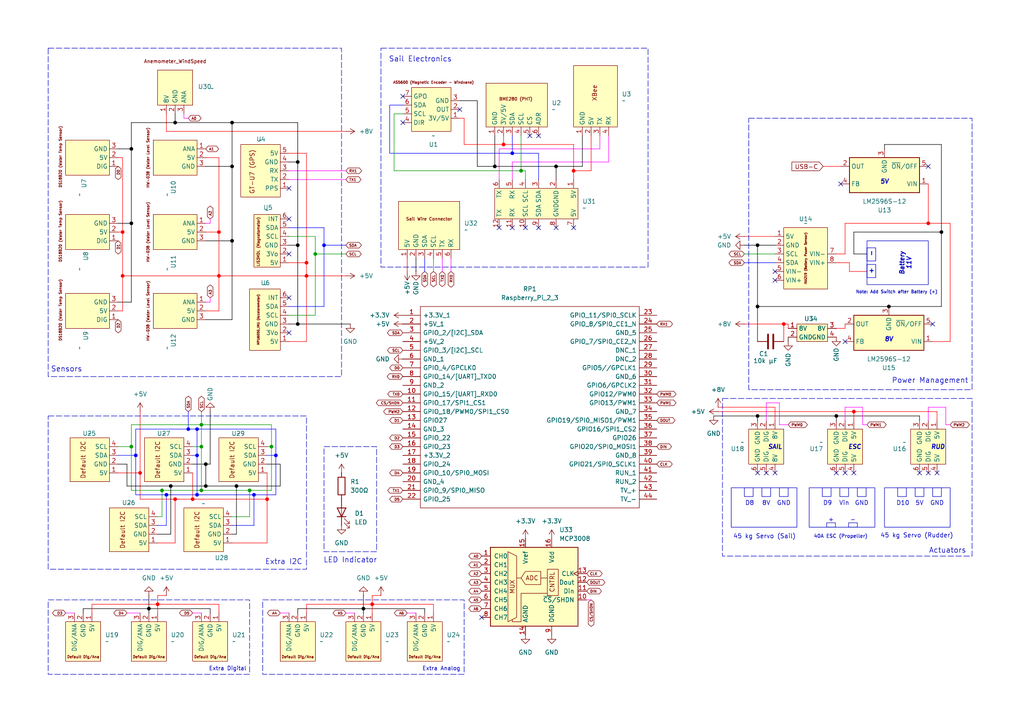
<source format=kicad_sch>
(kicad_sch (version 20231120) (generator "eeschema") (generator_version "8.0")
  (paper "A4")
  (junction (at 63.5 80.01) (color 255 0 0 1))
  (junction (at 166.37 49.53) (color 255 0 0 1))
  (junction (at 105.41 176.53) (color 0 0 0 1))
  (junction (at 107.95 175.26) (color 255 0 0 1))
  (junction (at 73.66 143.51) (color 0 0 255 1))
  (junction (at 57.15 143.51) (color 0 0 255 1))
  (junction (at 219.71 71.12) (color 0 0 0 1))
  (junction (at 58.42 123.19))
  (junction (at 72.39 142.24))
  (junction (at 57.15 124.46) (color 0 0 255 1))
  (junction (at 55.88 144.78) (color 255 0 0 1))
  (junction (at 48.26 143.51) (color 0 0 255 1))
  (junction (at 257.81 88.9) (color 0 0 0 1))
  (junction (at 219.71 88.9) (color 0 0 0 1))
  (junction (at 161.29 48.26) (color 0 0 0 1))
  (junction (at 58.42 142.24))
  (junction (at 143.51 48.26) (color 0 0 0 1))
  (junction (at 86.36 71.12) (color 0 0 0 1))
  (junction (at 269.24 64.77) (color 255 0 0 1))
  (junction (at 35.56 80.01) (color 255 0 0 1))
  (junction (at 219.71 120.65) (color 0 0 0 1))
  (junction (at 67.31 48.26) (color 0 0 0 1))
  (junction (at 80.01 132.08) (color 0 0 255 1))
  (junction (at 273.05 67.31) (color 0 0 0 1))
  (junction (at 58.42 129.54))
  (junction (at 88.9 76.2) (color 255 0 0 1))
  (junction (at 57.15 132.08) (color 0 0 255 1))
  (junction (at 146.05 41.91) (color 255 0 0 1))
  (junction (at 242.57 120.65) (color 0 0 0 1))
  (junction (at 91.44 73.66))
  (junction (at 68.58 140.97) (color 0 0 0 1))
  (junction (at 45.72 175.26) (color 255 0 0 1))
  (junction (at 59.69 140.97) (color 0 0 0 1))
  (junction (at 67.31 69.85) (color 0 0 0 1))
  (junction (at 86.36 93.98) (color 0 0 0 1))
  (junction (at 50.8 35.56) (color 0 0 0 1))
  (junction (at 59.69 134.62) (color 0 0 0 1))
  (junction (at 49.53 140.97) (color 0 0 0 1))
  (junction (at 43.18 176.53) (color 0 0 0 1))
  (junction (at 151.13 49.53))
  (junction (at 38.1 64.77) (color 0 0 0 1))
  (junction (at 38.1 129.54))
  (junction (at 54.61 124.46) (color 0 0 255 1))
  (junction (at 39.37 132.08) (color 0 0 255 1))
  (junction (at 38.1 43.18) (color 0 0 0 1))
  (junction (at 77.47 144.78) (color 255 0 0 1))
  (junction (at 227.33 93.98) (color 255 0 0 1))
  (junction (at 46.99 142.24))
  (junction (at 63.5 67.31) (color 255 0 0 1))
  (junction (at 88.9 80.01) (color 255 0 0 1))
  (junction (at 67.31 35.56) (color 0 0 0 1))
  (junction (at 247.65 119.38) (color 255 0 0 1))
  (junction (at 50.8 144.78) (color 255 0 0 1))
  (junction (at 93.98 71.12) (color 0 0 255 1))
  (junction (at 40.64 137.16) (color 255 0 0 1))
  (junction (at 78.74 129.54))
  (junction (at 86.36 46.99) (color 0 0 0 1))
  (junction (at 35.56 67.31) (color 255 0 0 1))
  (junction (at 148.59 44.45) (color 0 0 255 1))
  (no_connect (at 166.37 66.04))
  (no_connect (at 144.78 66.04))
  (no_connect (at 242.57 137.16))
  (no_connect (at 83.82 63.5))
  (no_connect (at 266.7 137.16))
  (no_connect (at 153.67 39.37))
  (no_connect (at 269.24 48.26))
  (no_connect (at 83.82 86.36))
  (no_connect (at 243.84 53.34))
  (no_connect (at 245.11 137.16))
  (no_connect (at 152.4 66.04))
  (no_connect (at 247.65 137.16))
  (no_connect (at 271.78 137.16))
  (no_connect (at 83.82 73.66))
  (no_connect (at 224.79 137.16))
  (no_connect (at 148.59 66.04))
  (no_connect (at 224.79 78.74))
  (no_connect (at 224.79 81.28))
  (no_connect (at 116.84 27.94))
  (no_connect (at 269.24 137.16))
  (no_connect (at 219.71 137.16))
  (no_connect (at 270.51 93.98))
  (no_connect (at 161.29 66.04))
  (no_connect (at 139.7 179.07))
  (no_connect (at 245.11 99.06))
  (no_connect (at 156.21 66.04))
  (no_connect (at 222.25 137.16))
  (no_connect (at 83.82 54.61))
  (no_connect (at 133.35 31.75))
  (no_connect (at 83.82 96.52))
  (no_connect (at 116.84 35.56))
  (no_connect (at 156.21 39.37))
  (wire (pts (xy 58.42 119.38) (xy 58.42 123.19)))
  (wire (pts (xy 81.28 134.62) (xy 77.47 134.62)) (stroke (width 0) (color 0 0 0 1)))
  (wire (pts (xy 40.64 144.78) (xy 50.8 144.78)) (stroke (width 0) (color 255 0 0 1)))
  (wire (pts (xy 107.95 175.26) (xy 125.73 175.26)) (stroke (width 0) (color 255 0 0 1)))
  (wire (pts (xy 45.72 175.26) (xy 45.72 177.8)) (stroke (width 0) (color 255 0 0 1)))
  (wire (pts (xy 53.34 33.02) (xy 53.34 34.29)) (stroke (width 0) (color 255 0 255 1)))
  (wire (pts (xy 34.29 43.18) (xy 38.1 43.18)) (stroke (width 0) (color 0 0 0 1)))
  (wire (pts (xy 46.99 142.24) (xy 58.42 142.24)))
  (wire (pts (xy 171.45 173.99) (xy 170.18 173.99)) (stroke (width 0) (color 255 0 255 1)))
  (wire (pts (xy 215.9 68.58) (xy 224.79 68.58)) (stroke (width 0) (color 255 0 0 1)))
  (wire (pts (xy 176.53 46.99) (xy 148.59 46.99)) (stroke (width 0) (color 255 0 255 1)))
  (wire (pts (xy 176.53 39.37) (xy 176.53 46.99)) (stroke (width 0) (color 255 0 255 1)))
  (wire (pts (xy 88.9 175.26) (xy 107.95 175.26)) (stroke (width 0) (color 255 0 0 1)))
  (wire (pts (xy 88.9 80.01) (xy 88.9 99.06)) (stroke (width 0) (color 255 0 0 1)))
  (wire (pts (xy 58.42 142.24) (xy 58.42 129.54)))
  (wire (pts (xy 68.58 140.97) (xy 81.28 140.97)) (stroke (width 0) (color 0 0 0 1)))
  (wire (pts (xy 50.8 144.78) (xy 50.8 157.48)) (stroke (width 0) (color 255 0 0 1)))
  (wire (pts (xy 86.36 46.99) (xy 86.36 71.12)) (stroke (width 0) (color 0 0 0 1)))
  (wire (pts (xy 144.78 43.18) (xy 144.78 52.07)) (stroke (width 0) (color 255 0 255 1)))
  (wire (pts (xy 49.53 140.97) (xy 49.53 154.94)) (stroke (width 0) (color 0 0 0 1)))
  (wire (pts (xy 36.83 140.97) (xy 49.53 140.97)) (stroke (width 0) (color 0 0 0 1)))
  (wire (pts (xy 77.47 144.78) (xy 77.47 157.48)) (stroke (width 0) (color 255 0 0 1)))
  (wire (pts (xy 146.05 41.91) (xy 134.62 41.91)) (stroke (width 0) (color 255 0 0 1)))
  (wire (pts (xy 34.29 45.72) (xy 35.56 45.72)) (stroke (width 0) (color 255 0 0 1)))
  (wire (pts (xy 125.73 74.93) (xy 125.73 78.74)))
  (wire (pts (xy 88.9 177.8) (xy 88.9 175.26)) (stroke (width 0) (color 255 0 0 1)))
  (wire (pts (xy 208.28 118.11) (xy 224.79 118.11)) (stroke (width 0) (color 255 0 0 1)))
  (wire (pts (xy 247.65 121.92) (xy 247.65 119.38)) (stroke (width 0) (color 255 0 0 1)))
  (wire (pts (xy 38.1 129.54) (xy 38.1 123.19)))
  (wire (pts (xy 275.59 99.06) (xy 270.51 99.06)) (stroke (width 0) (color 255 0 0 1)))
  (wire (pts (xy 226.06 123.19) (xy 228.6 123.19)) (stroke (width 0) (color 255 0 255 1)))
  (wire (pts (xy 48.26 152.4) (xy 45.72 152.4)) (stroke (width 0) (color 0 0 255 1)))
  (wire (pts (xy 24.13 177.8) (xy 24.13 176.53)) (stroke (width 0) (color 0 0 0 1)))
  (wire (pts (xy 55.88 177.8) (xy 58.42 177.8)) (stroke (width 0) (color 255 0 255 1)))
  (wire (pts (xy 73.66 152.4) (xy 67.31 152.4)) (stroke (width 0) (color 0 0 255 1)))
  (wire (pts (xy 215.9 71.12) (xy 219.71 71.12)) (stroke (width 0) (color 0 0 0 1)))
  (wire (pts (xy 105.41 172.72) (xy 105.41 176.53)) (stroke (width 0) (color 0 0 0 1)))
  (wire (pts (xy 151.13 49.53) (xy 152.4 49.53)))
  (wire (pts (xy 39.37 132.08) (xy 39.37 143.51)) (stroke (width 0) (color 0 0 255 1)))
  (wire (pts (xy 222.25 121.92) (xy 222.25 116.84)) (stroke (width 0) (color 255 0 255 1)))
  (wire (pts (xy 39.37 132.08) (xy 39.37 124.46)) (stroke (width 0) (color 0 0 255 1)))
  (wire (pts (xy 73.66 143.51) (xy 73.66 152.4)) (stroke (width 0) (color 0 0 255 1)))
  (wire (pts (xy 251.46 73.66) (xy 247.65 73.66)) (stroke (width 0) (color 0 0 0 1)))
  (wire (pts (xy 77.47 157.48) (xy 67.31 157.48)) (stroke (width 0) (color 255 0 0 1)))
  (wire (pts (xy 81.28 177.8) (xy 83.82 177.8)) (stroke (width 0) (color 255 0 255 1)))
  (wire (pts (xy 35.56 80.01) (xy 35.56 90.17)) (stroke (width 0) (color 255 0 0 1)))
  (wire (pts (xy 247.65 119.38) (xy 271.78 119.38)) (stroke (width 0) (color 255 0 0 1)))
  (wire (pts (xy 138.43 29.21) (xy 133.35 29.21)) (stroke (width 0) (color 0 0 0 1)))
  (wire (pts (xy 266.7 120.65) (xy 266.7 121.92)) (stroke (width 0) (color 0 0 0 1)))
  (wire (pts (xy 83.82 52.07) (xy 100.33 52.07)) (stroke (width 0) (color 255 0 255 1)))
  (wire (pts (xy 50.8 144.78) (xy 55.88 144.78)) (stroke (width 0) (color 255 0 0 1)))
  (wire (pts (xy 173.99 39.37) (xy 173.99 43.18)) (stroke (width 0) (color 255 0 255 1)))
  (wire (pts (xy 83.82 44.45) (xy 88.9 44.45)) (stroke (width 0) (color 255 0 0 1)))
  (wire (pts (xy 45.72 172.72) (xy 45.72 175.26)) (stroke (width 0) (color 255 0 0 1)))
  (wire (pts (xy 128.27 74.93) (xy 128.27 78.74)) (stroke (width 0) (color 255 0 255 1)))
  (wire (pts (xy 35.56 80.01) (xy 63.5 80.01)) (stroke (width 0) (color 255 0 0 1)))
  (wire (pts (xy 59.69 134.62) (xy 60.96 134.62)) (stroke (width 0) (color 0 0 0 1)))
  (wire (pts (xy 49.53 140.97) (xy 59.69 140.97)) (stroke (width 0) (color 0 0 0 1)))
  (wire (pts (xy 274.32 118.11) (xy 274.32 123.19)) (stroke (width 0) (color 255 0 255 1)))
  (wire (pts (xy 143.51 48.26) (xy 143.51 39.37)) (stroke (width 0) (color 0 0 0 1)))
  (wire (pts (xy 105.41 176.53) (xy 123.19 176.53)) (stroke (width 0) (color 0 0 0 1)))
  (wire (pts (xy 134.62 41.91) (xy 134.62 34.29)) (stroke (width 0) (color 255 0 0 1)))
  (wire (pts (xy 226.06 116.84) (xy 226.06 123.19)) (stroke (width 0) (color 255 0 255 1)))
  (wire (pts (xy 151.13 49.53) (xy 114.3 49.53)))
  (wire (pts (xy 138.43 48.26) (xy 138.43 29.21)) (stroke (width 0) (color 0 0 0 1)))
  (wire (pts (xy 247.65 67.31) (xy 273.05 67.31)) (stroke (width 0) (color 0 0 0 1)))
  (wire (pts (xy 43.18 176.53) (xy 60.96 176.53)) (stroke (width 0) (color 0 0 0 1)))
  (wire (pts (xy 146.05 41.91) (xy 146.05 39.37)) (stroke (width 0) (color 255 0 0 1)))
  (wire (pts (xy 60.96 176.53) (xy 60.96 177.8)) (stroke (width 0) (color 0 0 0 1)))
  (wire (pts (xy 40.64 137.16) (xy 40.64 144.78)) (stroke (width 0) (color 255 0 0 1)))
  (wire (pts (xy 215.9 73.66) (xy 224.79 73.66)))
  (wire (pts (xy 151.13 39.37) (xy 151.13 49.53)))
  (wire (pts (xy 59.69 45.72) (xy 63.5 45.72)) (stroke (width 0) (color 255 0 0 1)))
  (wire (pts (xy 55.88 144.78) (xy 77.47 144.78)) (stroke (width 0) (color 255 0 0 1)))
  (wire (pts (xy 219.71 121.92) (xy 219.71 120.65)) (stroke (width 0) (color 0 0 0 1)))
  (wire (pts (xy 271.78 119.38) (xy 271.78 121.92)) (stroke (width 0) (color 255 0 0 1)))
  (wire (pts (xy 35.56 45.72) (xy 35.56 67.31)) (stroke (width 0) (color 255 0 0 1)))
  (wire (pts (xy 48.26 38.1) (xy 100.33 38.1)) (stroke (width 0) (color 255 0 0 1)))
  (wire (pts (xy 93.98 88.9) (xy 83.82 88.9)) (stroke (width 0) (color 0 0 255 1)))
  (wire (pts (xy 45.72 175.26) (xy 63.5 175.26)) (stroke (width 0) (color 255 0 0 1)))
  (wire (pts (xy 148.59 44.45) (xy 113.03 44.45)) (stroke (width 0) (color 0 0 255 1)))
  (wire (pts (xy 67.31 92.71) (xy 59.69 92.71)) (stroke (width 0) (color 0 0 0 1)))
  (wire (pts (xy 107.95 172.72) (xy 107.95 175.26)) (stroke (width 0) (color 255 0 0 1)))
  (wire (pts (xy 68.58 140.97) (xy 68.58 154.94)) (stroke (width 0) (color 0 0 0 1)))
  (wire (pts (xy 273.05 67.31) (xy 273.05 41.91)) (stroke (width 0) (color 0 0 0 1)))
  (wire (pts (xy 63.5 175.26) (xy 63.5 177.8)) (stroke (width 0) (color 255 0 0 1)))
  (wire (pts (xy 40.64 119.38) (xy 40.64 137.16)) (stroke (width 0) (color 255 0 0 1)))
  (wire (pts (xy 26.67 177.8) (xy 26.67 175.26)) (stroke (width 0) (color 255 0 0 1)))
  (wire (pts (xy 88.9 76.2) (xy 88.9 80.01)) (stroke (width 0) (color 255 0 0 1)))
  (wire (pts (xy 86.36 93.98) (xy 101.6 93.98)) (stroke (width 0) (color 0 0 0 1)))
  (wire (pts (xy 36.83 134.62) (xy 36.83 140.97)) (stroke (width 0) (color 0 0 0 1)))
  (wire (pts (xy 39.37 124.46) (xy 54.61 124.46)) (stroke (width 0) (color 0 0 255 1)))
  (wire (pts (xy 246.38 76.2) (xy 246.38 78.74)) (stroke (width 0) (color 255 0 0 1)))
  (wire (pts (xy 143.51 48.26) (xy 138.43 48.26)) (stroke (width 0) (color 0 0 0 1)))
  (wire (pts (xy 63.5 67.31) (xy 59.69 67.31)) (stroke (width 0) (color 255 0 0 1)))
  (wire (pts (xy 63.5 90.17) (xy 59.69 90.17)) (stroke (width 0) (color 255 0 0 1)))
  (wire (pts (xy 242.57 120.65) (xy 242.57 121.92)) (stroke (width 0) (color 0 0 0 1)))
  (wire (pts (xy 72.39 149.86) (xy 72.39 142.24)))
  (wire (pts (xy 215.9 76.2) (xy 224.79 76.2)) (stroke (width 0) (color 0 0 255 1)))
  (wire (pts (xy 219.71 88.9) (xy 257.81 88.9)) (stroke (width 0) (color 0 0 0 1)))
  (wire (pts (xy 34.29 132.08) (xy 39.37 132.08)) (stroke (width 0) (color 0 0 255 1)))
  (wire (pts (xy 58.42 142.24) (xy 72.39 142.24)))
  (wire (pts (xy 19.05 177.8) (xy 21.59 177.8)) (stroke (width 0) (color 255 0 255 1)))
  (wire (pts (xy 57.15 124.46) (xy 80.01 124.46)) (stroke (width 0) (color 0 0 255 1)))
  (wire (pts (xy 245.11 118.11) (xy 250.19 118.11)) (stroke (width 0) (color 255 0 255 1)))
  (wire (pts (xy 68.58 154.94) (xy 67.31 154.94)) (stroke (width 0) (color 0 0 0 1)))
  (wire (pts (xy 166.37 41.91) (xy 146.05 41.91)) (stroke (width 0) (color 255 0 0 1)))
  (wire (pts (xy 120.65 74.93) (xy 120.65 78.74)) (stroke (width 0) (color 0 0 0 1)))
  (wire (pts (xy 242.57 95.25) (xy 245.11 95.25)) (stroke (width 0) (color 255 0 0 1)))
  (wire (pts (xy 83.82 49.53) (xy 100.33 49.53)) (stroke (width 0) (color 255 0 255 1)))
  (wire (pts (xy 34.29 64.77) (xy 38.1 64.77)) (stroke (width 0) (color 0 0 0 1)))
  (wire (pts (xy 91.44 73.66) (xy 91.44 91.44)))
  (wire (pts (xy 78.74 129.54) (xy 77.47 129.54)))
  (wire (pts (xy 168.91 39.37) (xy 168.91 48.26)) (stroke (width 0) (color 0 0 0 1)))
  (wire (pts (xy 148.59 44.45) (xy 156.21 44.45)) (stroke (width 0) (color 0 0 255 1)))
  (wire (pts (xy 88.9 76.2) (xy 83.82 76.2)) (stroke (width 0) (color 255 0 0 1)))
  (wire (pts (xy 257.81 88.9) (xy 273.05 88.9)) (stroke (width 0) (color 0 0 0 1)))
  (wire (pts (xy 242.57 73.66) (xy 245.11 73.66)) (stroke (width 0) (color 255 0 0 1)))
  (wire (pts (xy 118.11 74.93) (xy 118.11 78.74)) (stroke (width 0) (color 255 0 0 1)))
  (wire (pts (xy 86.36 177.8) (xy 86.36 176.53)) (stroke (width 0) (color 0 0 0 1)))
  (wire (pts (xy 72.39 142.24) (xy 78.74 142.24)))
  (wire (pts (xy 161.29 48.26) (xy 161.29 52.07)) (stroke (width 0) (color 0 0 0 1)))
  (wire (pts (xy 173.99 43.18) (xy 144.78 43.18)) (stroke (width 0) (color 255 0 255 1)))
  (wire (pts (xy 166.37 49.53) (xy 166.37 52.07)) (stroke (width 0) (color 255 0 0 1)))
  (wire (pts (xy 67.31 35.56) (xy 67.31 48.26)) (stroke (width 0) (color 0 0 0 1)))
  (wire (pts (xy 123.19 74.93) (xy 123.19 78.74)) (stroke (width 0) (color 0 0 255 1)))
  (wire (pts (xy 45.72 172.72) (xy 48.26 172.72)) (stroke (width 0) (color 255 0 0 1)))
  (wire (pts (xy 67.31 48.26) (xy 59.69 48.26)) (stroke (width 0) (color 0 0 0 1)))
  (wire (pts (xy 219.71 88.9) (xy 219.71 99.06)) (stroke (width 0) (color 0 0 0 1)))
  (wire (pts (xy 38.1 87.63) (xy 34.29 87.63)) (stroke (width 0) (color 0 0 0 1)))
  (wire (pts (xy 123.19 176.53) (xy 123.19 177.8)) (stroke (width 0) (color 0 0 0 1)))
  (wire (pts (xy 58.42 123.19) (xy 58.42 129.54)))
  (wire (pts (xy 59.69 140.97) (xy 68.58 140.97)) (stroke (width 0) (color 0 0 0 1)))
  (wire (pts (xy 245.11 121.92) (xy 245.11 118.11)) (stroke (width 0) (color 255 0 255 1)))
  (wire (pts (xy 250.19 118.11) (xy 250.19 123.19)) (stroke (width 0) (color 255 0 255 1)))
  (wire (pts (xy 73.66 143.51) (xy 80.01 143.51)) (stroke (width 0) (color 0 0 255 1)))
  (wire (pts (xy 63.5 80.01) (xy 88.9 80.01)) (stroke (width 0) (color 255 0 0 1)))
  (wire (pts (xy 105.41 176.53) (xy 105.41 177.8)) (stroke (width 0) (color 0 0 0 1)))
  (wire (pts (xy 80.01 124.46) (xy 80.01 132.08)) (stroke (width 0) (color 0 0 255 1)))
  (wire (pts (xy 238.76 48.26) (xy 243.84 48.26)) (stroke (width 0) (color 255 0 0 1)))
  (wire (pts (xy 53.34 34.29) (xy 54.61 34.29)) (stroke (width 0) (color 255 0 255 1)))
  (wire (pts (xy 125.73 175.26) (xy 125.73 177.8)) (stroke (width 0) (color 255 0 0 1)))
  (wire (pts (xy 50.8 35.56) (xy 50.8 33.02)) (stroke (width 0) (color 0 0 0 1)))
  (wire (pts (xy 59.69 64.77) (xy 60.96 64.77)) (stroke (width 0) (color 255 0 255 1)))
  (wire (pts (xy 245.11 95.25) (xy 245.11 93.98)) (stroke (width 0) (color 255 0 0 1)))
  (wire (pts (xy 86.36 46.99) (xy 83.82 46.99)) (stroke (width 0) (color 0 0 0 1)))
  (wire (pts (xy 273.05 41.91) (xy 256.54 41.91)) (stroke (width 0) (color 0 0 0 1)))
  (wire (pts (xy 93.98 66.04) (xy 93.98 71.12)) (stroke (width 0) (color 0 0 255 1)))
  (wire (pts (xy 269.24 121.92) (xy 269.24 118.11)) (stroke (width 0) (color 255 0 255 1)))
  (wire (pts (xy 67.31 48.26) (xy 67.31 69.85)) (stroke (width 0) (color 0 0 0 1)))
  (wire (pts (xy 274.32 123.19) (xy 275.59 123.19)) (stroke (width 0) (color 255 0 255 1)))
  (wire (pts (xy 148.59 46.99) (xy 148.59 52.07)) (stroke (width 0) (color 255 0 255 1)))
  (wire (pts (xy 91.44 68.58) (xy 91.44 73.66)))
  (wire (pts (xy 86.36 35.56) (xy 86.36 46.99)) (stroke (width 0) (color 0 0 0 1)))
  (wire (pts (xy 113.03 44.45) (xy 113.03 30.48)) (stroke (width 0) (color 0 0 255 1)))
  (wire (pts (xy 55.88 144.78) (xy 55.88 137.16)) (stroke (width 0) (color 255 0 0 1)))
  (wire (pts (xy 228.6 93.98) (xy 228.6 95.25)) (stroke (width 0) (color 255 0 0 1)))
  (wire (pts (xy 67.31 35.56) (xy 86.36 35.56)) (stroke (width 0) (color 0 0 0 1)))
  (wire (pts (xy 275.59 64.77) (xy 275.59 99.06)) (stroke (width 0) (color 255 0 0 1)))
  (wire (pts (xy 49.53 154.94) (xy 45.72 154.94)) (stroke (width 0) (color 0 0 0 1)))
  (wire (pts (xy 227.33 93.98) (xy 227.33 99.06)) (stroke (width 0) (color 255 0 0 1)))
  (wire (pts (xy 83.82 66.04) (xy 93.98 66.04)) (stroke (width 0) (color 0 0 255 1)))
  (wire (pts (xy 63.5 67.31) (xy 63.5 80.01)) (stroke (width 0) (color 255 0 0 1)))
  (wire (pts (xy 59.69 134.62) (xy 55.88 134.62)) (stroke (width 0) (color 0 0 0 1)))
  (wire (pts (xy 222.25 116.84) (xy 226.06 116.84)) (stroke (width 0) (color 255 0 255 1)))
  (wire (pts (xy 60.96 87.63) (xy 60.96 86.36)) (stroke (width 0) (color 255 0 255 1)))
  (wire (pts (xy 134.62 34.29) (xy 133.35 34.29)) (stroke (width 0) (color 255 0 0 1)))
  (wire (pts (xy 24.13 176.53) (xy 43.18 176.53)) (stroke (width 0) (color 0 0 0 1)))
  (wire (pts (xy 269.24 53.34) (xy 269.24 64.77)) (stroke (width 0) (color 255 0 0 1)))
  (wire (pts (xy 208.28 119.38) (xy 247.65 119.38)) (stroke (width 0) (color 255 0 0 1)))
  (wire (pts (xy 67.31 149.86) (xy 72.39 149.86)))
  (wire (pts (xy 114.3 49.53) (xy 114.3 33.02)))
  (wire (pts (xy 91.44 91.44) (xy 83.82 91.44)))
  (wire (pts (xy 54.61 124.46) (xy 57.15 124.46)) (stroke (width 0) (color 0 0 255 1)))
  (wire (pts (xy 80.01 143.51) (xy 80.01 132.08)) (stroke (width 0) (color 0 0 255 1)))
  (wire (pts (xy 269.24 118.11) (xy 274.32 118.11)) (stroke (width 0) (color 255 0 255 1)))
  (wire (pts (xy 86.36 93.98) (xy 83.82 93.98)) (stroke (width 0) (color 0 0 0 1)))
  (wire (pts (xy 38.1 64.77) (xy 38.1 87.63)) (stroke (width 0) (color 0 0 0 1)))
  (wire (pts (xy 39.37 143.51) (xy 48.26 143.51)) (stroke (width 0) (color 0 0 255 1)))
  (wire (pts (xy 67.31 69.85) (xy 59.69 69.85)) (stroke (width 0) (color 0 0 0 1)))
  (wire (pts (xy 34.29 137.16) (xy 40.64 137.16)) (stroke (width 0) (color 255 0 0 1)))
  (wire (pts (xy 80.01 132.08) (xy 77.47 132.08)) (stroke (width 0) (color 0 0 255 1)))
  (wire (pts (xy 88.9 99.06) (xy 83.82 99.06)) (stroke (width 0) (color 255 0 0 1)))
  (wire (pts (xy 50.8 157.48) (xy 45.72 157.48)) (stroke (width 0) (color 255 0 0 1)))
  (wire (pts (xy 60.96 119.38) (xy 60.96 134.62)) (stroke (width 0) (color 0 0 0 1)))
  (wire (pts (xy 273.05 67.31) (xy 273.05 88.9)) (stroke (width 0) (color 0 0 0 1)))
  (wire (pts (xy 246.38 78.74) (xy 251.46 78.74)) (stroke (width 0) (color 255 0 0 1)))
  (wire (pts (xy 38.1 43.18) (xy 38.1 35.56)) (stroke (width 0) (color 0 0 0 1)))
  (wire (pts (xy 57.15 132.08) (xy 55.88 132.08)) (stroke (width 0) (color 0 0 255 1)))
  (wire (pts (xy 100.33 177.8) (xy 102.87 177.8)) (stroke (width 0) (color 255 0 255 1)))
  (wire (pts (xy 59.69 140.97) (xy 59.69 134.62)) (stroke (width 0) (color 0 0 0 1)))
  (wire (pts (xy 43.18 176.53) (xy 43.18 177.8)) (stroke (width 0) (color 0 0 0 1)))
  (wire (pts (xy 86.36 71.12) (xy 86.36 93.98)) (stroke (width 0) (color 0 0 0 1)))
  (wire (pts (xy 57.15 143.51) (xy 48.26 143.51)) (stroke (width 0) (color 0 0 255 1)))
  (wire (pts (xy 171.45 49.53) (xy 166.37 49.53)) (stroke (width 0) (color 255 0 0 1)))
  (wire (pts (xy 91.44 73.66) (xy 100.33 73.66)))
  (wire (pts (xy 242.57 120.65) (xy 266.7 120.65)) (stroke (width 0) (color 0 0 0 1)))
  (wire (pts (xy 57.15 132.08) (xy 57.15 143.51)) (stroke (width 0) (color 0 0 255 1)))
  (wire (pts (xy 86.36 176.53) (xy 105.41 176.53)) (stroke (width 0) (color 0 0 0 1)))
  (wire (pts (xy 38.1 123.19) (xy 58.42 123.19)))
  (wire (pts (xy 107.95 172.72) (xy 110.49 172.72)) (stroke (width 0) (color 255 0 0 1)))
  (wire (pts (xy 36.83 177.8) (xy 40.64 177.8)) (stroke (width 0) (color 255 0 255 1)))
  (wire (pts (xy 114.3 33.02) (xy 116.84 33.02)))
  (wire (pts (xy 219.71 71.12) (xy 224.79 71.12)) (stroke (width 0) (color 0 0 0 1)))
  (wire (pts (xy 245.11 73.66) (xy 245.11 64.77)) (stroke (width 0) (color 255 0 0 1)))
  (wire (pts (xy 58.42 123.19) (xy 78.74 123.19)))
  (wire (pts (xy 161.29 48.26) (xy 143.51 48.26)) (stroke (width 0) (color 0 0 0 1)))
  (wire (pts (xy 83.82 68.58) (xy 91.44 68.58)))
  (wire (pts (xy 57.15 143.51) (xy 73.66 143.51)) (stroke (width 0) (color 0 0 255 1)))
  (wire (pts (xy 38.1 35.56) (xy 50.8 35.56)) (stroke (width 0) (color 0 0 0 1)))
  (wire (pts (xy 88.9 44.45) (xy 88.9 76.2)) (stroke (width 0) (color 255 0 0 1)))
  (wire (pts (xy 166.37 49.53) (xy 166.37 41.91)) (stroke (width 0) (color 255 0 0 1)))
  (wire (pts (xy 224.79 121.92) (xy 224.79 118.11)) (stroke (width 0) (color 255 0 0 1)))
  (wire (pts (xy 78.74 142.24) (xy 78.74 129.54)))
  (wire (pts (xy 152.4 49.53) (xy 152.4 52.07)))
  (wire (pts (xy 63.5 80.01) (xy 63.5 90.17)) (stroke (width 0) (color 255 0 0 1)))
  (wire (pts (xy 77.47 144.78) (xy 77.47 137.16)) (stroke (width 0) (color 255 0 0 1)))
  (wire (pts (xy 227.33 93.98) (xy 228.6 93.98)) (stroke (width 0) (color 255 0 0 1)))
  (wire (pts (xy 58.42 129.54) (xy 55.88 129.54)))
  (wire (pts (xy 207.01 120.65) (xy 219.71 120.65)) (stroke (width 0) (color 0 0 0 1)))
  (wire (pts (xy 46.99 149.86) (xy 46.99 142.24)))
  (wire (pts (xy 107.95 175.26) (xy 107.95 177.8)) (stroke (width 0) (color 255 0 0 1)))
  (wire (pts (xy 118.11 177.8) (xy 120.65 177.8)) (stroke (width 0) (color 255 0 255 1)))
  (wire (pts (xy 45.72 149.86) (xy 46.99 149.86)))
  (wire (pts (xy 48.26 143.51) (xy 48.26 152.4)) (stroke (width 0) (color 0 0 255 1)))
  (wire (pts (xy 228.6 97.79) (xy 228.6 99.06)) (stroke (width 0) (color 0 0 0 1)))
  (wire (pts (xy 219.71 120.65) (xy 242.57 120.65)) (stroke (width 0) (color 0 0 0 1)))
  (wire (pts (xy 219.71 71.12) (xy 219.71 88.9)) (stroke (width 0) (color 0 0 0 1)))
  (wire (pts (xy 57.15 124.46) (xy 57.15 132.08)) (stroke (width 0) (color 0 0 255 1)))
  (wire (pts (xy 59.69 87.63) (xy 60.96 87.63)) (stroke (width 0) (color 255 0 255 1)))
  (wire (pts (xy 46.99 142.24) (xy 38.1 142.24)))
  (wire (pts (xy 88.9 80.01) (xy 100.33 80.01)) (stroke (width 0) (color 255 0 0 1)))
  (wire (pts (xy 215.9 93.98) (xy 227.33 93.98)) (stroke (width 0) (color 255 0 0 1)))
  (wire (pts (xy 34.29 129.54) (xy 38.1 129.54)))
  (wire (pts (xy 93.98 71.12) (xy 93.98 88.9)) (stroke (width 0) (color 0 0 255 1)))
  (wire (pts (xy 43.18 172.72) (xy 43.18 176.53)) (stroke (width 0) (color 0 0 0 1)))
  (wire (pts (xy 48.26 33.02) (xy 48.26 38.1)) (stroke (width 0) (color 255 0 0 1)))
  (wire (pts (xy 156.21 44.45) (xy 156.21 52.07)) (stroke (width 0) (color 0 0 255 1)))
  (wire (pts (xy 247.65 73.66) (xy 247.65 67.31)) (stroke (width 0) (color 0 0 0 1)))
  (wire (pts (xy 50.8 35.56) (xy 67.31 35.56)) (stroke (width 0) (color 0 0 0 1)))
  (wire (pts (xy 245.11 64.77) (xy 269.24 64.77)) (stroke (width 0) (color 255 0 0 1)))
  (wire (pts (xy 113.03 30.48) (xy 116.84 30.48)) (stroke (width 0) (color 0 0 255 1)))
  (wire (pts (xy 63.5 45.72) (xy 63.5 67.31)) (stroke (width 0) (color 255 0 0 1)))
  (wire (pts (xy 81.28 140.97) (xy 81.28 134.62)) (stroke (width 0) (color 0 0 0 1)))
  (wire (pts (xy 242.57 76.2) (xy 246.38 76.2)) (stroke (width 0) (color 255 0 0 1)))
  (wire (pts (xy 86.36 71.12) (xy 83.82 71.12)) (stroke (width 0) (color 0 0 0 1)))
  (wire (pts (xy 60.96 64.77) (xy 60.96 63.5)) (stroke (width 0) (color 255 0 255 1)))
  (wire (pts (xy 250.19 123.19) (xy 251.46 123.19)) (stroke (width 0) (color 255 0 255 1)))
  (wire (pts (xy 171.45 39.37) (xy 171.45 49.53)) (stroke (width 0) (color 255 0 0 1)))
  (wire (pts (xy 168.91 48.26) (xy 161.29 48.26)) (stroke (width 0) (color 0 0 0 1)))
  (wire (pts (xy 26.67 175.26) (xy 45.72 175.26)) (stroke (width 0) (color 255 0 0 1)))
  (wire (pts (xy 130.81 74.93) (xy 130.81 78.74)) (stroke (width 0) (color 255 0 255 1)))
  (wire (pts (xy 67.31 69.85) (xy 67.31 92.71)) (stroke (width 0) (color 0 0 0 1)))
  (wire (pts (xy 78.74 123.19) (xy 78.74 129.54)))
  (wire (pts (xy 148.59 39.37) (xy 148.59 44.45)) (stroke (width 0) (color 0 0 255 1)))
  (wire (pts (xy 256.54 41.91) (xy 256.54 43.18)) (stroke (width 0) (color 0 0 0 1)))
  (wire (pts (xy 93.98 71.12) (xy 100.33 71.12)) (stroke (width 0) (color 0 0 255 1)))
  (wire (pts (xy 35.56 90.17) (xy 34.29 90.17)) (stroke (width 0) (color 255 0 0 1)))
  (wire (pts (xy 35.56 67.31) (xy 34.29 67.31)) (stroke (width 0) (color 255 0 0 1)))
  (wire (pts (xy 38.1 43.18) (xy 38.1 64.77)) (stroke (width 0) (color 0 0 0 1)))
  (wire (pts (xy 54.61 119.38) (xy 54.61 124.46)) (stroke (width 0) (color 0 0 255 1)))
  (wire (pts (xy 34.29 134.62) (xy 36.83 134.62)) (stroke (width 0) (color 0 0 0 1)))
  (wire (pts (xy 35.56 67.31) (xy 35.56 80.01)) (stroke (width 0) (color 255 0 0 1)))
  (wire (pts (xy 269.24 64.77) (xy 275.59 64.77)) (stroke (width 0) (color 255 0 0 1)))
  (wire (pts (xy 38.1 142.24) (xy 38.1 129.54)))
  (rectangle (start 251.46 76.708) (end 254 80.518))
  (rectangle (start 13.97 173.99) (end 72.39 195.58) (stroke (width 0) (type dash)))
  (rectangle (start 212.09 141.478) (end 231.14 152.908))
  (rectangle (start 234.696 141.478) (end 253.746 152.908))
  (rectangle (start 209.55 115.57) (end 281.94 161.29) (stroke (width 0) (type dash)))
  (rectangle (start 226.06 141.478) (end 228.6 144.018))
  (rectangle (start 239.776 151.638) (end 242.316 152.908))
  (rectangle (start 270.51 141.478) (end 273.05 144.018))
  (rectangle (start 238.506 141.478) (end 241.046 144.018))
  (rectangle (start 248.666 141.478) (end 251.206 144.018))
  (rectangle (start 251.46 69.85) (end 269.24 82.55))
  (rectangle (start 217.17 34.29) (end 281.94 113.03) (stroke (width 0) (type dash)))
  (rectangle (start 265.43 141.478) (end 267.97 144.018))
  (rectangle (start 256.54 141.478) (end 275.59 152.908))
  (rectangle (start 260.35 141.478) (end 262.89 144.018))
  (rectangle (start 251.46 75.692) (end 254 71.882))
  (rectangle (start 243.586 141.478) (end 246.126 144.018))
  (rectangle (start 93.98 129.54) (end 109.22 160.02) (stroke (width 0) (type dash)))
  (rectangle (start 110.49 13.97) (end 187.96 77.47) (stroke (width 0) (type dash)))
  (rectangle (start 13.97 120.65) (end 88.9 165.1) (stroke (width 0) (type dash)))
  (rectangle (start 220.98 141.478) (end 223.52 144.018))
  (rectangle (start 76.2 173.99) (end 134.62 195.58) (stroke (width 0) (type dash)))
  (rectangle (start 13.97 13.97) (end 99.06 109.22) (stroke (width 0) (type dash)))
  (rectangle (start 246.126 151.638) (end 248.666 152.908))
  (rectangle (start 215.9 141.478) (end 218.44 144.018))
  (text "45 kg Servo (Sail)" (at 221.742 155.702 0) (effects (font (size 1.27 1.27))))
  (text "40A ESC (Propeller)" (at 243.84 155.702 0) (effects (font (size 1.016 1.016))))
  (text "GND" (at 271.78 146.05 0) (effects (font (size 1.27 1.27))))
  (text "8V" (at 257.81 98.552 0) (effects (font (size 1.27 1.27) (thickness 0.254) (bold yes) (italic yes))))
  (text "D9" (at 240.03 146.05 0) (effects (font (size 1.27 1.27))))
  (text "Note: Add Switch after Battery (+)" (at 260.096 84.836 0) (effects (font (size 0.889 0.889))))
  (text "D10" (at 261.874 146.05 0) (effects (font (size 1.27 1.27))))
  (text "GND" (at 249.936 146.05 0) (effects (font (size 1.27 1.27))))
  (text "45 kg Servo (Rudder)" (at 265.938 155.448 0) (effects (font (size 1.27 1.27))))
  (text "LED Indicator" (at 101.6 162.56 0) (effects (font (size 1.524 1.524))))
  (text "Extra I2C" (at 82.296 163.068 0) (effects (font (size 1.524 1.524))))
  (text "RUD" (at 272.034 129.794 0) (effects (font (size 1.27 1.27) (bold yes) (italic yes))))
  (text "D8" (at 217.424 146.05 0) (effects (font (size 1.27 1.27))))
  (text "-" (at 252.73 73.66 90) (effects (font (size 1.27 1.27) (bold yes))))
  (text "-" (at 247.396 150.876 0) (effects (font (size 1.27 1.27))))
  (text "ESC" (at 247.904 129.794 0) (effects (font (size 1.27 1.27) (bold yes) (italic yes))))
  (text "8V" (at 222.25 146.05 0) (effects (font (size 1.27 1.27))))
  (text "Battery\n11V" (at 262.636 76.454 90) (effects (font (size 1.27 1.27) (thickness 0.254) (bold yes) (italic yes))))
  (text "Sail Electronics" (at 121.92 17.272 0) (effects (font (size 1.524 1.524))))
  (text "Power Management" (at 269.748 110.49 0) (effects (font (size 1.524 1.524))))
  (text "GND" (at 227.33 146.05 0) (effects (font (size 1.27 1.27))))
  (text "+" (at 252.73 78.74 90) (effects (font (size 1.27 1.27) (bold yes))))
  (text "Extra Digital" (at 66.04 194.056 0) (effects (font (size 1.143 1.143))))
  (text "5V" (at 256.54 52.832 0) (effects (font (size 1.27 1.27) (thickness 0.254) (bold yes) (italic yes))))
  (text "Vin" (at 244.856 146.05 0) (effects (font (size 1.27 1.27))))
  (text "5V" (at 266.7 146.05 0) (effects (font (size 1.27 1.27))))
  (text "SAIL" (at 224.79 129.794 0) (effects (font (size 1.27 1.27) (bold yes) (italic yes))))
  (text "Sensors" (at 19.304 107.188 0) (effects (font (size 1.524 1.524))))
  (text "Actuators" (at 274.828 159.766 0) (effects (font (size 1.524 1.524))))
  (text "Extra Analog" (at 128.016 194.056 0) (effects (font (size 1.143 1.143))))
  (text "+" (at 241.046 150.876 0) (effects (font (size 1.27 1.27))))
  (global_label "CLK" (shape bidirectional) (at 170.18 166.37 0) (effects (font (size 0.762 0.762) (bold yes))) (property "Intersheetrefs" "${INTERSHEET_REFS}" (effects (hide yes))))
  (global_label "D0" (shape bidirectional) (at 34.29 48.26 270) (effects (font (size 0.762 0.762) (bold yes))) (property "Intersheetrefs" "${INTERSHEET_REFS}" (effects (hide yes))))
  (global_label "D3" (shape bidirectional) (at 19.05 177.8 180) (effects (font (size 0.762 0.762) (bold yes))) (property "Intersheetrefs" "${INTERSHEET_REFS}" (effects (hide yes))))
  (global_label "D3" (shape bidirectional) (at 116.84 129.54 180) (effects (font (size 0.762 0.762) (bold yes))) (property "Intersheetrefs" "${INTERSHEET_REFS}" (effects (hide yes))))
  (global_label "A0" (shape bidirectional) (at 139.7 161.29 180) (effects (font (size 0.762 0.762) (bold yes))) (property "Intersheetrefs" "${INTERSHEET_REFS}" (effects (hide yes))))
  (global_label "RX1" (shape bidirectional) (at 100.33 49.53 0) (effects (font (size 0.762 0.762) (bold yes))) (property "Intersheetrefs" "${INTERSHEET_REFS}" (effects (hide yes))))
  (global_label "DIN" (shape bidirectional) (at 190.5 129.54 0) (effects (font (size 0.762 0.762) (bold yes))) (property "Intersheetrefs" "${INTERSHEET_REFS}" (effects (hide yes))))
  (global_label "D0" (shape bidirectional) (at 116.84 106.68 180) (effects (font (size 0.762 0.762) (bold yes))) (property "Intersheetrefs" "${INTERSHEET_REFS}" (effects (hide yes))))
  (global_label "D5" (shape bidirectional) (at 55.88 177.8 180) (effects (font (size 0.762 0.762) (bold yes))) (property "Intersheetrefs" "${INTERSHEET_REFS}" (effects (hide yes))))
  (global_label "D4" (shape bidirectional) (at 36.83 177.8 180) (effects (font (size 0.762 0.762) (bold yes))) (property "Intersheetrefs" "${INTERSHEET_REFS}" (effects (hide yes))))
  (global_label "PWM1" (shape bidirectional) (at 251.46 123.19 0) (effects (font (size 0.762 0.762) (bold yes))) (property "Intersheetrefs" "${INTERSHEET_REFS}" (effects (hide yes))))
  (global_label "CLK" (shape bidirectional) (at 190.5 134.62 0) (effects (font (size 0.762 0.762) (bold yes))) (property "Intersheetrefs" "${INTERSHEET_REFS}" (effects (hide yes))))
  (global_label "SCL" (shape bidirectional) (at 116.84 101.6 180) (effects (font (size 0.762 0.762) (bold yes))) (property "Intersheetrefs" "${INTERSHEET_REFS}" (effects (hide yes))))
  (global_label "SDA" (shape bidirectional) (at 54.61 119.38 90) (effects (font (size 0.762 0.762) (bold yes))) (property "Intersheetrefs" "${INTERSHEET_REFS}" (effects (hide yes))))
  (global_label "A2" (shape bidirectional) (at 139.7 166.37 180) (effects (font (size 0.762 0.762) (bold yes))) (property "Intersheetrefs" "${INTERSHEET_REFS}" (effects (hide yes))))
  (global_label "TX0" (shape bidirectional) (at 128.27 78.74 270) (effects (font (size 0.762 0.762) (bold yes))) (property "Intersheetrefs" "${INTERSHEET_REFS}" (effects (hide yes))))
  (global_label "PWM2" (shape bidirectional) (at 116.84 119.38 180) (effects (font (size 0.762 0.762) (bold yes))) (property "Intersheetrefs" "${INTERSHEET_REFS}" (effects (hide yes))))
  (global_label "A1" (shape bidirectional) (at 139.7 163.83 180) (effects (font (size 0.762 0.762) (bold yes))) (property "Intersheetrefs" "${INTERSHEET_REFS}" (effects (hide yes))))
  (global_label "D2" (shape bidirectional) (at 34.29 92.71 270) (effects (font (size 0.762 0.762) (bold yes))) (property "Intersheetrefs" "${INTERSHEET_REFS}" (effects (hide yes))))
  (global_label "A4" (shape bidirectional) (at 139.7 171.45 180) (effects (font (size 0.762 0.762) (bold yes))) (property "Intersheetrefs" "${INTERSHEET_REFS}" (effects (hide yes))))
  (global_label "A1" (shape bidirectional) (at 59.69 43.18 0) (effects (font (size 0.762 0.762) (bold yes))) (property "Intersheetrefs" "${INTERSHEET_REFS}" (effects (hide yes))))
  (global_label "D1" (shape bidirectional) (at 116.84 121.92 180) (effects (font (size 0.762 0.762) (bold yes))) (property "Intersheetrefs" "${INTERSHEET_REFS}" (effects (hide yes))))
  (global_label "TX0" (shape bidirectional) (at 116.84 114.3 180) (effects (font (size 0.762 0.762) (bold yes))) (property "Intersheetrefs" "${INTERSHEET_REFS}" (effects (hide yes))))
  (global_label "PWM1" (shape bidirectional) (at 190.5 116.84 0) (effects (font (size 0.762 0.762) (bold yes))) (property "Intersheetrefs" "${INTERSHEET_REFS}" (effects (hide yes))))
  (global_label "CS{slash}SHDN" (shape bidirectional) (at 116.84 116.84 180) (effects (font (size 0.762 0.762) (bold yes))) (property "Intersheetrefs" "${INTERSHEET_REFS}" (effects (hide yes))))
  (global_label "D4" (shape bidirectional) (at 116.84 137.16 180) (effects (font (size 0.762 0.762) (bold yes))) (property "Intersheetrefs" "${INTERSHEET_REFS}" (effects (hide yes))))
  (global_label "A0" (shape bidirectional) (at 54.61 34.29 0) (effects (font (size 0.762 0.762) (bold yes))) (property "Intersheetrefs" "${INTERSHEET_REFS}" (effects (hide yes))))
  (global_label "SDA" (shape bidirectional) (at 215.9 76.2 180) (effects (font (size 0.762 0.762) (bold yes))) (property "Intersheetrefs" "${INTERSHEET_REFS}" (effects (hide yes))))
  (global_label "D1" (shape bidirectional) (at 34.29 69.85 270) (effects (font (size 0.762 0.762) (bold yes))) (property "Intersheetrefs" "${INTERSHEET_REFS}" (effects (hide yes))))
  (global_label "A3" (shape bidirectional) (at 139.7 168.91 180) (effects (font (size 0.762 0.762) (bold yes))) (property "Intersheetrefs" "${INTERSHEET_REFS}" (effects (hide yes))))
  (global_label "A6" (shape bidirectional) (at 118.11 177.8 180) (effects (font (size 0.762 0.762) (bold yes))) (property "Intersheetrefs" "${INTERSHEET_REFS}" (effects (hide yes))))
  (global_label "DOUT" (shape bidirectional) (at 170.18 168.91 0) (effects (font (size 0.762 0.762) (bold yes))) (property "Intersheetrefs" "${INTERSHEET_REFS}" (effects (hide yes))))
  (global_label "A2" (shape bidirectional) (at 60.96 63.5 90) (effects (font (size 0.762 0.762) (bold yes))) (property "Intersheetrefs" "${INTERSHEET_REFS}" (effects (hide yes))))
  (global_label "A6" (shape bidirectional) (at 139.7 176.53 180) (effects (font (size 0.762 0.762) (bold yes))) (property "Intersheetrefs" "${INTERSHEET_REFS}" (effects (hide yes))))
  (global_label "A5" (shape bidirectional) (at 139.7 173.99 180) (effects (font (size 0.762 0.762) (bold yes))) (property "Intersheetrefs" "${INTERSHEET_REFS}" (effects (hide yes))))
  (global_label "PWM0" (shape bidirectional) (at 190.5 114.3 0) (effects (font (size 0.762 0.762) (bold yes))) (property "Intersheetrefs" "${INTERSHEET_REFS}" (effects (hide yes))))
  (global_label "D2" (shape bidirectional) (at 116.84 127 180) (effects (font (size 0.762 0.762) (bold yes))) (property "Intersheetrefs" "${INTERSHEET_REFS}" (effects (hide yes))))
  (global_label "SCL" (shape bidirectional) (at 100.33 73.66 0) (effects (font (size 0.762 0.762) (bold yes))) (property "Intersheetrefs" "${INTERSHEET_REFS}" (effects (hide yes))))
  (global_label "PWM2" (shape bidirectional) (at 275.59 123.19 0) (effects (font (size 0.762 0.762) (bold yes))) (property "Intersheetrefs" "${INTERSHEET_REFS}" (effects (hide yes))))
  (global_label "A3" (shape bidirectional) (at 60.96 86.36 90) (effects (font (size 0.762 0.762) (bold yes))) (property "Intersheetrefs" "${INTERSHEET_REFS}" (effects (hide yes))))
  (global_label "SCL" (shape bidirectional) (at 215.9 73.66 180) (effects (font (size 0.762 0.762) (bold yes))) (property "Intersheetrefs" "${INTERSHEET_REFS}" (effects (hide yes))))
  (global_label "CS{slash}SHDN" (shape bidirectional) (at 171.45 173.99 270) (effects (font (size 0.762 0.762) (bold yes))) (property "Intersheetrefs" "${INTERSHEET_REFS}" (effects (hide yes))))
  (global_label "A4" (shape bidirectional) (at 81.28 177.8 180) (effects (font (size 0.762 0.762) (bold yes))) (property "Intersheetrefs" "${INTERSHEET_REFS}" (effects (hide yes))))
  (global_label "SDA" (shape bidirectional) (at 123.19 78.74 270) (effects (font (size 0.762 0.762) (bold yes))) (property "Intersheetrefs" "${INTERSHEET_REFS}" (effects (hide yes))))
  (global_label "PWM0" (shape bidirectional) (at 228.6 123.19 0) (effects (font (size 0.762 0.762) (bold yes))) (property "Intersheetrefs" "${INTERSHEET_REFS}" (effects (hide yes))))
  (global_label "RX0" (shape bidirectional) (at 116.84 109.22 180) (effects (font (size 0.762 0.762) (bold yes))) (property "Intersheetrefs" "${INTERSHEET_REFS}" (effects (hide yes))))
  (global_label "SDA" (shape bidirectional) (at 116.84 96.52 180) (effects (font (size 0.762 0.762) (bold yes))) (property "Intersheetrefs" "${INTERSHEET_REFS}" (effects (hide yes))))
  (global_label "DIN" (shape bidirectional) (at 170.18 171.45 0) (effects (font (size 0.762 0.762) (bold yes))) (property "Intersheetrefs" "${INTERSHEET_REFS}" (effects (hide yes))))
  (global_label "SCL" (shape bidirectional) (at 125.73 78.74 270) (effects (font (size 0.762 0.762) (bold yes))) (property "Intersheetrefs" "${INTERSHEET_REFS}" (effects (hide yes))))
  (global_label "A5" (shape bidirectional) (at 100.33 177.8 180) (effects (font (size 0.762 0.762) (bold yes))) (property "Intersheetrefs" "${INTERSHEET_REFS}" (effects (hide yes))))
  (global_label "D5" (shape bidirectional) (at 116.84 144.78 180) (effects (font (size 0.762 0.762) (bold yes))) (property "Intersheetrefs" "${INTERSHEET_REFS}" (effects (hide yes))))
  (global_label "DOUT" (shape bidirectional) (at 190.5 121.92 0) (effects (font (size 0.762 0.762) (bold yes))) (property "Intersheetrefs" "${INTERSHEET_REFS}" (effects (hide yes))))
  (global_label "RX1" (shape bidirectional) (at 190.5 93.98 0) (effects (font (size 0.762 0.762) (bold yes))) (property "Intersheetrefs" "${INTERSHEET_REFS}" (effects (hide yes))))
  (global_label "TX1" (shape bidirectional) (at 116.84 142.24 180) (effects (font (size 0.762 0.762) (bold yes))) (property "Intersheetrefs" "${INTERSHEET_REFS}" (effects (hide yes))))
  (global_label "USB-C" (shape input) (at 238.76 48.26 180) (property "Intersheetrefs" "${INTERSHEET_REFS}" (effects (hide yes))))
  (global_label "RX0" (shape bidirectional) (at 130.81 78.74 270) (effects (font (size 0.762 0.762) (bold yes))) (property "Intersheetrefs" "${INTERSHEET_REFS}" (effects (hide yes))))
  (global_label "SDA" (shape bidirectional) (at 100.33 71.12 0) (effects (font (size 0.762 0.762) (bold yes))) (property "Intersheetrefs" "${INTERSHEET_REFS}" (effects (hide yes))))
  (global_label "SCL" (shape bidirectional) (at 58.42 119.38 90) (effects (font (size 0.762 0.762) (bold yes))) (property "Intersheetrefs" "${INTERSHEET_REFS}" (effects (hide yes))))
  (global_label "TX1" (shape bidirectional) (at 100.33 52.07 0) (effects (font (size 0.762 0.762) (bold yes))) (property "Intersheetrefs" "${INTERSHEET_REFS}" (effects (hide yes))))
  (symbol (lib_id "power:+3.3V") (at 160.02 156.21 0) (unit 1)
    (property "Reference" "#PWR024" (effects (hide yes)))
    (property "Value" "+3.3V" (at 160.02 151.13 0))
    (property "Description" "Power symbol creates a global label with name \"+3.3V\"" (effects (hide yes)))
  )
  (symbol (lib_id "TAFLab-Symbol-Library:LIS3MDL_Magnetometer") (at 82.55 73.66 180) (unit 1)
    (property "Reference" "U5" (at 77.724 60.198 0))
    (property "Value" "~" (at 77.47 60.96 0))
    (property "Footprint" "TAFLab-Footprint-Library:LIS3MDL_Magnetometer" (effects (hide yes)))
  )
  (symbol (lib_id "TAFLab-Symbol-Library:HW-038_WaterLevelSensor") (at 59.69 90.17 0) (unit 1)
    (property "Reference" "U12" (at 50.292 96.774 90) (effects (justify right)))
    (property "Value" "~" (at 48.4615 100.33 90) (effects (justify right)))
    (property "Footprint" "TAFLab-Footprint-Library:HW038_WaterLevelSensor" (effects (hide yes)))
  )
  (symbol (lib_id "TAFLab-Symbol-Library:MPU6050_IMU_Accelerometer") (at 83.82 96.52 180) (unit 1)
    (property "Reference" "U6" (at 76.962 82.042 0))
    (property "Value" "~" (at 76.835 82.55 0))
    (property "Footprint" "TAFLab-Footprint-Library:MPU6050_IMU_Accelerometer" (effects (hide yes)))
  )
  (symbol (lib_id "TAFLab-Symbol-Library:BME280_PHT") (at 146.05 39.37 90) (unit 1)
    (property "Reference" "U2" (at 160.02 29.8449 90) (effects (justify right)))
    (property "Value" "~" (at 160.02 31.75 90) (effects (justify right)))
    (property "Footprint" "TAFLab-Footprint-Library:BME280_PHT" (effects (hide yes)))
  )
  (symbol (lib_id "TAFLab-Symbol-Library:Default_I2C") (at 77.47 134.62 180) (unit 1)
    (property "Reference" "U29" (at 69.088 125.73 0))
    (property "Value" "~" (at 69.215 125.73 0))
    (property "Footprint" "TAFLab-Footprint-Library:Default4Pin" (effects (hide yes)))
  )
  (symbol (lib_id "power:+5V") (at 110.49 172.72 0) (unit 1)
    (property "Reference" "#PWR013" (effects (hide yes)))
    (property "Value" "+5V" (at 110.49 167.64 0))
    (property "Description" "Power symbol creates a global label with name \"+5V\"" (effects (hide yes)))
  )
  (symbol (lib_id "power:GND") (at 242.57 97.79 0) (unit 1)
    (property "Reference" "#PWR08" (effects (hide yes)))
    (property "Value" "GND" (at 242.57 102.87 90))
    (property "Description" "Power symbol creates a global label with name \"GND\" , ground" (effects (hide yes)))
  )
  (symbol (lib_id "power:GND") (at 99.06 152.4 0) (unit 1)
    (property "Reference" "#PWR029" (effects (hide yes)))
    (property "Value" "GND" (at 99.06 157.48 0))
    (property "Description" "Power symbol creates a global label with name \"GND\" , ground" (effects (hide yes)))
  )
  (symbol (lib_id "Device:R") (at 99.06 140.97 0) (unit 1)
    (property "Reference" "R1" (at 101.6 139.6999 0) (effects (justify left)))
    (property "Value" "300Ω" (at 101.6 142.2399 0) (effects (justify left)))
    (property "Footprint" "TAFLab-Footprint-Library:Default2Pin" (effects (hide yes)))
    (property "Description" "Resistor" (effects (hide yes)))
  )
  (symbol (lib_id "power:GND") (at 60.96 119.38 180) (unit 1)
    (property "Reference" "#PWR03" (effects (hide yes)))
    (property "Value" "GND" (at 60.96 114.3 90))
    (property "Description" "Power symbol creates a global label with name \"GND\" , ground" (effects (hide yes)))
  )
  (symbol (lib_id "TAFLab-Symbol-Library:Anemometer_WindSpeedSensor") (at 50.8 33.02 90) (unit 1)
    (property "Reference" "U30" (at 57.404 25.146 90) (effects (justify right)))
    (property "Value" "~" (at 60.96 25.6263 90) (effects (justify right)))
    (property "Footprint" "TAFLab-Footprint-Library:Default3Pin" (effects (hide yes)))
  )
  (symbol (lib_id "power:+5V") (at 48.26 172.72 0) (unit 1)
    (property "Reference" "#PWR014" (effects (hide yes)))
    (property "Value" "+5V" (at 48.26 167.64 0))
    (property "Description" "Power symbol creates a global label with name \"+5V\"" (effects (hide yes)))
  )
  (symbol (lib_id "Analog_ADC:MCP3008") (at 154.94 168.91 0) (unit 1)
    (property "Reference" "U33" (at 162.2141 153.67 0) (effects (justify left)))
    (property "Value" "MCP3008" (at 162.2141 156.21 0) (effects (justify left)))
    (property "Footprint" "TAFLab-Footprint-Library:MCP3008" (effects (hide yes)))
    (property "Datasheet" "http://ww1.microchip.com/downloads/en/DeviceDoc/21295d.pdf" (effects (hide yes)))
    (property "Description" "A/D Converter, 10-Bit, 8-Channel, SPI Interface , 2.7V-5.5V" (effects (hide yes)))
  )
  (symbol (lib_id "power:GND") (at 160.02 184.15 0) (unit 1)
    (property "Reference" "#PWR021" (effects (hide yes)))
    (property "Value" "GND" (at 160.02 189.23 0))
    (property "Description" "Power symbol creates a global label with name \"GND\" , ground" (effects (hide yes)))
  )
  (symbol (lib_id "Regulator_Switching:LM2596S-12") (at 257.81 96.52 180) (unit 1)
    (property "Reference" "U15" (at 257.81 106.68 0))
    (property "Value" "LM2596S-12" (at 257.81 104.14 0))
    (property "Footprint" "TAFLab-Footprint-Library:LM2596" (effects (hide yes)))
    (property "Datasheet" "http://www.ti.com/lit/ds/symlink/lm2596.pdf" (effects (hide yes)))
    (property "Description" "12V 3A Step-Down Voltage Regulator, TO-263" (effects (hide yes)))
  )
  (symbol (lib_id "power:GND") (at 101.6 93.98 0) (unit 1)
    (property "Reference" "#PWR02" (effects (hide yes)))
    (property "Value" "GND" (at 101.6 99.06 0))
    (property "Description" "Power symbol creates a global label with name \"GND\" , ground" (effects (hide yes)))
  )
  (symbol (lib_id "power:+5V") (at 118.11 78.74 180) (unit 1)
    (property "Reference" "#PWR010" (effects (hide yes)))
    (property "Value" "+5V" (at 118.11 83.566 90))
    (property "Description" "Power symbol creates a global label with name \"+5V\"" (effects (hide yes)))
  )
  (symbol (lib_name "DS18B20_Water_Temp_Sensor_2") (lib_id "TAFLab-Symbol-Library:DS18B20_Water_Temp_Sensor") (at 34.29 67.31 180) (unit 1)
    (property "Reference" "U8" (at 24.892 72.898 90) (effects (justify left)))
    (property "Value" "~" (at 23.0615 77.47 90) (effects (justify left)))
    (property "Footprint" "TAFLab-Footprint-Library:DS18B20_Water_Temp_Sensor" (effects (hide yes)))
  )
  (symbol (lib_id "TAFLab-Symbol-Library:Top_Boat_Symbol") (at 148.59 54.61 180) (unit 1)
    (property "Reference" "U31" (at 168.91 58.4199 0) (effects (justify right)))
    (property "Value" "~" (at 168.91 60.325 0) (effects (justify right)))
    (property "Footprint" "TAFLab-Footprint-Library:Top_Boat_PCB" (effects (hide yes)))
  )
  (symbol (lib_id "TAFLab-Symbol-Library:AS5600_Magnetic_Encoder_Windvane") (at 133.35 31.75 180) (unit 1)
    (property "Reference" "U1" (at 125.73 41.91 0))
    (property "Value" "~" (at 125.73 39.37 0))
    (property "Footprint" "TAFLab-Footprint-Library:AS5600_Magnetic_Encoder_Windvane" (effects (hide yes)))
  )
  (symbol (lib_id "TAFLab-Symbol-Library:RudderConnector") (at 269.24 121.92 270) (unit 1)
    (property "Reference" "U16" (at 262.89 130.1751 90) (effects (justify right)))
    (property "Value" "~" (at 262.89 128.27 90) (effects (justify right)))
    (property "Footprint" "TAFLab-Footprint-Library:ActuatorConnector" (effects (hide yes)))
  )
  (symbol (lib_id "TAFLab-Symbol-Library:SailConnector") (at 214.63 129.54 270) (unit 1)
    (property "Reference" "U18" (at 215.9 130.1751 90) (effects (justify right)))
    (property "Value" "~" (at 215.9 128.27 90) (effects (justify right)))
    (property "Footprint" "TAFLab-Footprint-Library:ActuatorConnector" (effects (hide yes)))
  )
  (symbol (lib_name "HW-038_WaterLevelSensor_1") (lib_id "TAFLab-Symbol-Library:HW-038_WaterLevelSensor") (at 59.69 45.72 0) (unit 1)
    (property "Reference" "U10" (at 50.292 52.324 90) (effects (justify right)))
    (property "Value" "~" (at 48.4615 55.88 90) (effects (justify right)))
    (property "Footprint" "TAFLab-Footprint-Library:HW038_WaterLevelSensor" (effects (hide yes)))
  )
  (symbol (lib_id "TAFLab-Symbol-Library:DS18B20_Water_Temp_Sensor") (at 34.29 90.17 180) (unit 1)
    (property "Reference" "U9" (at 24.892 96.012 90) (effects (justify left)))
    (property "Value" "~" (at 23.0615 100.33 90) (effects (justify left)))
    (property "Footprint" "TAFLab-Footprint-Library:DS18B20_Water_Temp_Sensor" (effects (hide yes)))
  )
  (symbol (lib_id "TAFLab-Symbol-Library:Default_I2C") (at 67.31 154.94 180) (unit 1)
    (property "Reference" "U28" (at 64.262 161.798 0))
    (property "Value" "~" (at 59.055 146.05 0))
    (property "Footprint" "TAFLab-Footprint-Library:Default4Pin" (effects (hide yes)))
  )
  (symbol (lib_id "power:GND") (at 120.65 78.74 0) (unit 1)
    (property "Reference" "#PWR019" (effects (hide yes)))
    (property "Value" "GND" (at 120.65 83.566 90))
    (property "Description" "Power symbol creates a global label with name \"GND\" , ground" (effects (hide yes)))
  )
  (symbol (lib_id "power:GND") (at 116.84 104.14 270) (unit 1)
    (property "Reference" "#PWR01" (effects (hide yes)))
    (property "Value" "GND" (at 113.03 104.1399 90) (effects (justify right)))
    (property "Description" "Power symbol creates a global label with name \"GND\" , ground" (effects (hide yes)))
  )
  (symbol (lib_id "TAFLab-Symbol-Library:8V_Connector") (at 228.6 99.06 0) (unit 1)
    (property "Reference" "U34" (at 235.204 92.456 0))
    (property "Value" "~" (at 235.585 92.71 0))
    (property "Footprint" "TAFLab-Footprint-Library:Default2Pin" (effects (hide yes)))
  )
  (symbol (lib_id "TAFLab-Symbol-Library:Default_Dig/Ana") (at 123.19 177.8 270) (unit 1)
    (property "Reference" "U24" (at 129.54 184.1499 90) (effects (justify left)))
    (property "Value" "~" (at 129.54 186.055 90) (effects (justify left)))
    (property "Footprint" "TAFLab-Footprint-Library:Default3Pin" (effects (hide yes)))
  )
  (symbol (lib_id "TAFLab-Symbol-Library:ESCConnector") (at 238.76 129.54 270) (unit 1)
    (property "Reference" "U17" (at 238.76 130.1751 90) (effects (justify right)))
    (property "Value" "~" (at 238.76 128.27 90) (effects (justify right)))
    (property "Footprint" "TAFLab-Footprint-Library:ActuatorConnector" (effects (hide yes)))
  )
  (symbol (lib_name "DS18B20_Water_Temp_Sensor_1") (lib_id "TAFLab-Symbol-Library:DS18B20_Water_Temp_Sensor") (at 34.29 45.72 180) (unit 1)
    (property "Reference" "U7" (at 24.384 51.816 90) (effects (justify left)))
    (property "Value" "~" (at 23.0615 55.88 90) (effects (justify left)))
    (property "Footprint" "TAFLab-Footprint-Library:DS18B20_Water_Temp_Sensor" (effects (hide yes)))
  )
  (symbol (lib_id "power:+8V") (at 100.33 38.1 270) (unit 1)
    (property "Reference" "#PWR017" (effects (hide yes)))
    (property "Value" "+8V" (at 104.14 38.0999 90) (effects (justify left)))
    (property "Description" "Power symbol creates a global label with name \"+8V\"" (effects (hide yes)))
  )
  (symbol (lib_id "TAFLab-Symbol-Library:GT-U7_GPS") (at 83.82 50.8 180) (unit 1)
    (property "Reference" "U4" (at 75.692 40.386 0))
    (property "Value" "~" (at 75.565 40.64 0))
    (property "Footprint" "TAFLab-Footprint-Library:GT-U7_GPS" (effects (hide yes)))
  )
  (symbol (lib_id "power:+5V") (at 40.64 119.38 0) (unit 1)
    (property "Reference" "#PWR015" (effects (hide yes)))
    (property "Value" "+5V" (at 40.64 114.3 0))
    (property "Description" "Power symbol creates a global label with name \"+5V\"" (effects (hide yes)))
  )
  (symbol (lib_name "Default_Dig/Ana_1") (lib_id "TAFLab-Symbol-Library:Default_Dig/Ana") (at 24.13 177.8 270) (unit 1)
    (property "Reference" "U19" (at 30.48 184.1499 90) (effects (justify left)))
    (property "Value" "~" (at 30.48 186.055 90) (effects (justify left)))
    (property "Footprint" "TAFLab-Footprint-Library:Default3Pin" (effects (hide yes)))
  )
  (symbol (lib_name "Default_Dig/Ana_4") (lib_id "TAFLab-Symbol-Library:Default_Dig/Ana") (at 86.36 177.8 270) (unit 1)
    (property "Reference" "U22" (at 92.71 184.1499 90) (effects (justify left)))
    (property "Value" "~" (at 92.71 186.055 90) (effects (justify left)))
    (property "Footprint" "TAFLab-Footprint-Library:Default3Pin" (effects (hide yes)))
  )
  (symbol (lib_id "power:GND") (at 207.01 120.65 0) (unit 1)
    (property "Reference" "#PWR07" (effects (hide yes)))
    (property "Value" "GND" (at 207.01 125.73 0))
    (property "Description" "Power symbol creates a global label with name \"GND\" , ground" (effects (hide yes)))
  )
  (symbol (lib_name "Default_Dig/Ana_3") (lib_id "TAFLab-Symbol-Library:Default_Dig/Ana") (at 60.96 177.8 270) (unit 1)
    (property "Reference" "U21" (at 67.31 184.1499 90) (effects (justify left)))
    (property "Value" "~" (at 67.31 186.055 90) (effects (justify left)))
    (property "Footprint" "TAFLab-Footprint-Library:Default3Pin" (effects (hide yes)))
  )
  (symbol (lib_id "power:GND") (at 43.18 172.72 180) (unit 1)
    (property "Reference" "#PWR04" (effects (hide yes)))
    (property "Value" "GND" (at 43.18 167.64 0))
    (property "Description" "Power symbol creates a global label with name \"GND\" , ground" (effects (hide yes)))
  )
  (symbol (lib_id "power:+3.3V") (at 152.4 156.21 0) (unit 1)
    (property "Reference" "#PWR023" (effects (hide yes)))
    (property "Value" "+3.3V" (at 152.4 151.13 0))
    (property "Description" "Power symbol creates a global label with name \"+3.3V\"" (effects (hide yes)))
  )
  (symbol (lib_id "TAFLab-Symbol-Library:Default_I2C") (at 45.72 154.94 180) (unit 1)
    (property "Reference" "U26" (at 37.338 145.796 0))
    (property "Value" "~" (at 37.465 146.05 0))
    (property "Footprint" "TAFLab-Footprint-Library:Default4Pin" (effects (hide yes)))
  )
  (symbol (lib_id "TAFLab-Symbol-Library:SailWireConnector") (at 124.46 77.47 90) (unit 1)
    (property "Reference" "U32" (at 134.62 64.7699 90) (effects (justify right)))
    (property "Value" "~" (at 134.62 66.675 90) (effects (justify right)))
    (property "Footprint" "TAFLab-Footprint-Library:SailWireConnector" (effects (hide yes)))
  )
  (symbol (lib_id "power:+8V") (at 208.28 118.11 0) (unit 1)
    (property "Reference" "#PWR018" (effects (hide yes)))
    (property "Value" "+8V" (at 208.28 113.03 0))
    (property "Description" "Power symbol creates a global label with name \"+8V\"" (effects (hide yes)))
  )
  (symbol (lib_id "power:GND") (at 215.9 71.12 270) (unit 1)
    (property "Reference" "#PWR06" (effects (hide yes)))
    (property "Value" "GND" (at 212.09 71.1199 90) (effects (justify right)))
    (property "Description" "Power symbol creates a global label with name \"GND\" , ground" (effects (hide yes)))
  )
  (symbol (lib_id "Regulator_Switching:LM2596S-12") (at 256.54 50.8 180) (unit 1)
    (property "Reference" "U13" (at 256.54 60.96 0))
    (property "Value" "LM2596S-12" (at 256.54 58.42 0))
    (property "Footprint" "TAFLab-Footprint-Library:LM2596" (effects (hide yes)))
    (property "Datasheet" "http://www.ti.com/lit/ds/symlink/lm2596.pdf" (effects (hide yes)))
    (property "Description" "12V 3A Step-Down Voltage Regulator, TO-263" (effects (hide yes)))
  )
  (symbol (lib_id "power:+5V") (at 99.06 137.16 0) (unit 1)
    (property "Reference" "#PWR028" (effects (hide yes)))
    (property "Value" "+5V" (at 99.06 132.08 0))
    (property "Description" "Power symbol creates a global label with name \"+5V\"" (effects (hide yes)))
  )
  (symbol (lib_id "Raspberry_Pi_4:Raspberry_Pi_2_3") (at 116.84 91.44 0) (unit 1)
    (property "Reference" "RP1" (at 153.67 83.82 0))
    (property "Value" "Raspberry_Pi_2_3" (at 153.67 86.36 0))
    (property "Footprint" "TAFLab-Footprint-Library:RaspberryPi_4" (effects (hide yes)))
    (property "Datasheet" "by lukaneco" (effects (hide yes)))
    (property "Description" "Raspberry Pi Zero 2 or 3 Single-board Computers" (effects (hide yes)))
    (property "Manufacturer_Name" "RASPBERRY-PI" (effects (hide yes)))
    (property "Manufacturer_Part_Number" "Raspberry Pi 2 or 3" (effects (hide yes)))
  )
  (symbol (lib_id "power:+3.3V") (at 116.84 91.44 90) (unit 1)
    (property "Reference" "#PWR022" (effects (hide yes)))
    (property "Value" "+3.3V" (at 113.03 91.4399 90) (effects (justify left)))
    (property "Description" "Power symbol creates a global label with name \"+3.3V\"" (effects (hide yes)))
  )
  (symbol (lib_id "power:+5V") (at 116.84 93.98 90) (unit 1)
    (property "Reference" "#PWR025" (effects (hide yes)))
    (property "Value" "+5V" (at 113.03 93.9799 90) (effects (justify left)))
    (property "Description" "Power symbol creates a global label with name \"+5V\"" (effects (hide yes)))
  )
  (symbol (lib_id "TAFLab-Symbol-Library:Default_I2C") (at 34.29 134.62 180) (unit 1)
    (property "Reference" "U25" (at 25.908 125.73 0))
    (property "Value" "~" (at 26.035 125.73 0))
    (property "Footprint" "TAFLab-Footprint-Library:Default4Pin" (effects (hide yes)))
  )
  (symbol (lib_id "TAFLab-Symbol-Library:XBeeBreakout") (at 171.45 39.37 90) (unit 1)
    (property "Reference" "U3" (at 180.34 27.3049 90) (effects (justify right)))
    (property "Value" "~" (at 180.34 29.21 90) (effects (justify right)))
    (property "Footprint" "TAFLab-Footprint-Library:XBeeBreakout" (effects (hide yes)))
  )
  (symbol (lib_id "power:+5V") (at 215.9 68.58 90) (unit 1)
    (property "Reference" "#PWR011" (effects (hide yes)))
    (property "Value" "+5V" (at 212.09 68.5799 90) (effects (justify left)))
    (property "Description" "Power symbol creates a global label with name \"+5V\"" (effects (hide yes)))
  )
  (symbol (lib_id "Device:LED") (at 99.06 148.59 90) (unit 1)
    (property "Reference" "D1" (at 102.87 148.9074 90) (effects (justify right)))
    (property "Value" "LED" (at 102.87 151.4474 90) (effects (justify right)))
    (property "Footprint" "TAFLab-Footprint-Library:Default2Pin" (effects (hide yes)))
    (property "Description" "Light emitting diode" (effects (hide yes)))
  )
  (symbol (lib_id "power:+5V") (at 100.33 80.01 270) (unit 1)
    (property "Reference" "#PWR09" (effects (hide yes)))
    (property "Value" "+5V" (at 104.14 80.0099 90) (effects (justify left)))
    (property "Description" "Power symbol creates a global label with name \"+5V\"" (effects (hide yes)))
  )
  (symbol (lib_name "Default_Dig/Ana_5") (lib_id "TAFLab-Symbol-Library:Default_Dig/Ana") (at 105.41 177.8 270) (unit 1)
    (property "Reference" "U23" (at 111.76 184.1499 90) (effects (justify left)))
    (property "Value" "~" (at 111.76 186.055 90) (effects (justify left)))
    (property "Footprint" "TAFLab-Footprint-Library:Default3Pin" (effects (hide yes)))
  )
  (symbol (lib_id "power:+5V") (at 208.28 119.38 90) (unit 1)
    (property "Reference" "#PWR012" (effects (hide yes)))
    (property "Value" "+5V" (at 204.47 119.3799 90) (effects (justify left)))
    (property "Description" "Power symbol creates a global label with name \"+5V\"" (effects (hide yes)))
  )
  (symbol (lib_id "power:+8V") (at 215.9 93.98 90) (unit 1)
    (property "Reference" "#PWR016" (effects (hide yes)))
    (property "Value" "+8V" (at 212.09 93.9799 90) (effects (justify left)))
    (property "Description" "Power symbol creates a global label with name \"+8V\"" (effects (hide yes)))
  )
  (symbol (lib_id "TAFLab-Symbol-Library:Default_I2C") (at 55.88 134.62 180) (unit 1)
    (property "Reference" "U27" (at 47.498 125.73 0))
    (property "Value" "~" (at 47.625 125.73 0))
    (property "Footprint" "TAFLab-Footprint-Library:Default4Pin" (effects (hide yes)))
  )
  (symbol (lib_id "power:GND") (at 105.41 172.72 180) (unit 1)
    (property "Reference" "#PWR05" (effects (hide yes)))
    (property "Value" "GND" (at 105.41 167.64 0))
    (property "Description" "Power symbol creates a global label with name \"GND\" , ground" (effects (hide yes)))
  )
  (symbol (lib_id "power:GND") (at 152.4 184.15 0) (unit 1)
    (property "Reference" "#PWR020" (effects (hide yes)))
    (property "Value" "GND" (at 152.4 189.23 0))
    (property "Description" "Power symbol creates a global label with name \"GND\" , ground" (effects (hide yes)))
  )
  (symbol (lib_name "HW-038_WaterLevelSensor_2") (lib_id "TAFLab-Symbol-Library:HW-038_WaterLevelSensor") (at 59.69 67.31 0) (unit 1)
    (property "Reference" "U11" (at 50.292 73.914 90) (effects (justify right)))
    (property "Value" "~" (at 48.4615 77.47 90) (effects (justify right)))
    (property "Footprint" "TAFLab-Footprint-Library:HW038_WaterLevelSensor" (effects (hide yes)))
  )
  (symbol (lib_id "Device:C") (at 223.52 99.06 90) (unit 1)
    (property "Reference" "C1" (at 221.488 102.616 90))
    (property "Value" "10k µF" (at 221.996 104.648 90))
    (property "Footprint" "TAFLab-Footprint-Library:Default2Pin" (effects (hide yes)))
    (property "Description" "Unpolarized capacitor" (effects (hide yes)))
  )
  (symbol (lib_name "Default_Dig/Ana_2") (lib_id "TAFLab-Symbol-Library:Default_Dig/Ana") (at 43.18 177.8 270) (unit 1)
    (property "Reference" "U20" (at 49.53 184.1499 90) (effects (justify left)))
    (property "Value" "~" (at 49.53 186.055 90) (effects (justify left)))
    (property "Footprint" "TAFLab-Footprint-Library:Default3Pin" (effects (hide yes)))
  )
  (symbol (lib_id "power:GND") (at 228.6 99.06 0) (unit 1)
    (property "Reference" "#PWR026" (effects (hide yes)))
    (property "Value" "GND" (at 228.6 104.394 90))
    (property "Description" "Power symbol creates a global label with name \"GND\" , ground" (effects (hide yes)))
  )
  (symbol (lib_id "TAFLab-Symbol-Library:INA219_BatteryPowerSensor") (at 224.79 71.12 0) (unit 1)
    (property "Reference" "U14" (at 233.68 63.5 0))
    (property "Value" "~" (at 233.68 64.77 0))
    (property "Footprint" "TAFLab-Footprint-Library:INA219_BatteryPowerSensor" (effects (hide yes)))
  )
)
</source>
